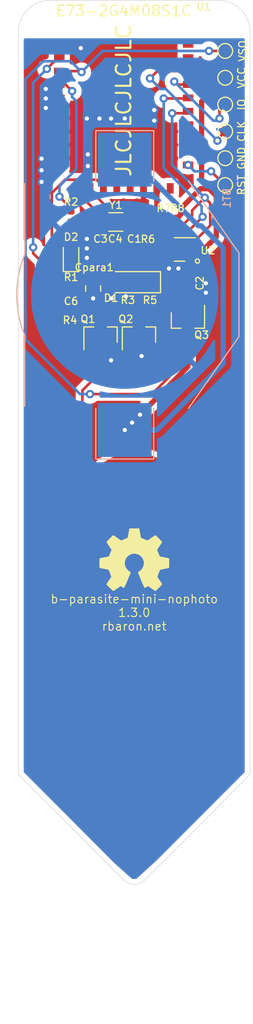
<source format=kicad_pcb>
(kicad_pcb (version 20211014) (generator pcbnew)
  (title_block (title "b-parasite") (date "2021-09-12") (rev "1.2.0") (company "rbaron.net"))
  (layers (0 "F.Cu" signal) (31 "B.Cu" signal) (34 "B.Paste" user) (35 "F.Paste" user) (36 "B.SilkS" user "B.Silkscreen") (37 "F.SilkS" user "F.Silkscreen") (38 "B.Mask" user) (39 "F.Mask" user) (44 "Edge.Cuts" user))
  (net 0 "")
  (net 1 "GND")
  (net 2 "/Csen+")
  (net 3 "/PWM")
  (net 4 "Net-(C6-Pad1)")
  (net 5 "Net-(Q2-Pad3)")
  (net 6 "Net-(Q1-Pad3)")
  (net 7 "Net-(BT1-Pad1)")
  (net 8 "/SENS_OUT")
  (net 9 "Net-(D2-Pad2)")
  (net 10 "+3V0")
  (net 11 "/LED")
  (net 12 "/FAST_DISCH_EN")
  (net 13 "Net-(TP1-Pad1)")
  (net 14 "Net-(TP2-Pad1)")
  (net 15 "Net-(TP5-Pad1)")
  (net 16 "/SCL")
  (net 17 "/SDA")
  (net 18 "Net-(C3-Pad1)")
  (net 19 "Net-(C4-Pad2)")
  (net 20 "Net-(U2-Pad5)")
  (net 21 "Net-(U1-Pad9)")
  (net 22 "Net-(U1-Pad6)")
  (net 23 "Net-(U1-Pad43)")
  (net 24 "Net-(U1-Pad41)")
  (net 25 "Net-(U1-Pad31)")
  (net 26 "Net-(U1-Pad29)")
  (net 27 "Net-(U1-Pad27)")
  (net 28 "Net-(U1-Pad25)")
  (net 29 "Net-(U1-Pad17)")
  (net 30 "Net-(U1-Pad10)")
  (net 31 "Net-(U1-Pad1)")
  (footprint "Capacitor_SMD:C_0402_1005Metric" (layer "F.Cu") (at 68 50.915 90)
    (fp_text reference "C1" (at 1.315 0 180) (layer "F.SilkS") (effects (font (size 0.7 0.7) (thickness 0.12))))
    (fp_text value "1n")
    (pad "1" smd roundrect locked (at -0.485 0 90) (size 0.59 0.64) (layers "F.Cu" "F.Paste" "F.Mask") (net 8 "/SENS_OUT"))
    (pad "2" smd roundrect locked (at 0.485 0 90) (size 0.59 0.64) (layers "F.Cu" "F.Paste" "F.Mask") (net 1 "GND"))
  )
  (footprint "Capacitor_SMD:C_0402_1005Metric" (layer "F.Cu") (at 61.915 56.4 180)
    (fp_text reference "C6" (at -0.085 0.9) (layer "F.SilkS") (effects (font (size 0.7 0.7) (thickness 0.12))))
    (fp_text value "100p")
    (pad "1" smd roundrect locked (at -0.485 0 180) (size 0.59 0.64) (layers "F.Cu" "F.Paste" "F.Mask") (net 4 "Net-(C6-Pad1)"))
    (pad "2" smd roundrect locked (at 0.485 0 180) (size 0.59 0.64) (layers "F.Cu" "F.Paste" "F.Mask") (net 3 "/PWM"))
  )
  (footprint "Resistor_SMD:R_0402_1005Metric" (layer "F.Cu") (at 69.3 50.915 90)
    (fp_text reference "R6" (at 1.285 0 180) (layer "F.SilkS") (effects (font (size 0.7 0.7) (thickness 0.12))))
    (fp_text value "1M")
    (pad "1" smd roundrect locked (at -0.485 0 90) (size 0.59 0.64) (layers "F.Cu" "F.Paste" "F.Mask") (net 8 "/SENS_OUT"))
    (pad "2" smd roundrect locked (at 0.485 0 90) (size 0.59 0.64) (layers "F.Cu" "F.Paste" "F.Mask") (net 1 "GND"))
  )
  (footprint "Resistor_SMD:R_0402_1005Metric" (layer "F.Cu") (at 69.385 56.3)
    (fp_text reference "R5" (at 0.115 -0.9) (layer "F.SilkS") (effects (font (size 0.7 0.7) (thickness 0.12))))
    (fp_text value "1k")
    (pad "1" smd roundrect locked (at -0.485 0) (size 0.59 0.64) (layers "F.Cu" "F.Paste" "F.Mask") (net 2 "/Csen+"))
    (pad "2" smd roundrect locked (at 0.485 0) (size 0.59 0.64) (layers "F.Cu" "F.Paste" "F.Mask") (net 5 "Net-(Q2-Pad3)"))
  )
  (footprint "Resistor_SMD:R_0402_1005Metric" (layer "F.Cu") (at 61.915 58.2 180)
    (fp_text reference "R4" (at 0.015 0.9) (layer "F.SilkS") (effects (font (size 0.7 0.7) (thickness 0.12))))
    (fp_text value "10k")
    (pad "1" smd roundrect locked (at -0.485 0 180) (size 0.59 0.64) (layers "F.Cu" "F.Paste" "F.Mask") (net 4 "Net-(C6-Pad1)"))
    (pad "2" smd roundrect locked (at 0.485 0 180) (size 0.59 0.64) (layers "F.Cu" "F.Paste" "F.Mask") (net 3 "/PWM"))
  )
  (footprint "Package_TO_SOT_SMD:SOT-23" (layer "F.Cu") (at 64.8 58.7 90)
    (fp_text reference "Q1" (at 1.5 -1.2 180) (layer "F.SilkS") (effects (font (size 0.7 0.7) (thickness 0.12))))
    (fp_text value "MMBT3904")
    (fp_line (start 0.76 -1.58) (end 0.76 -0.65) (layer "F.SilkS") (width 0.12))
    (fp_line (start 0.76 1.58) (end -0.7 1.58) (layer "F.SilkS") (width 0.12))
    (fp_line (start 0.76 1.58) (end 0.76 0.65) (layer "F.SilkS") (width 0.12))
    (fp_line (start 0.76 -1.58) (end -1.4 -1.58) (layer "F.SilkS") (width 0.12))
    (pad "1" smd rect locked (at -1 -0.95 90) (size 0.9 0.8) (layers "F.Cu" "F.Paste" "F.Mask") (net 4 "Net-(C6-Pad1)"))
    (pad "2" smd rect locked (at -1 0.95 90) (size 0.9 0.8) (layers "F.Cu" "F.Paste" "F.Mask") (net 1 "GND"))
    (pad "3" smd rect locked (at 1 0 90) (size 0.9 0.8) (layers "F.Cu" "F.Paste" "F.Mask") (net 6 "Net-(Q1-Pad3)"))
  )
  (footprint "Resistor_SMD:R_0402_1005Metric" (layer "F.Cu") (at 67.3 56.3)
    (fp_text reference "R3" (at 0.1 -0.9 180) (layer "F.SilkS") (effects (font (size 0.7 0.7) (thickness 0.12))))
    (fp_text value "1k")
    (pad "1" smd roundrect locked (at -0.485 0) (size 0.59 0.64) (layers "F.Cu" "F.Paste" "F.Mask") (net 12 "/FAST_DISCH_EN"))
    (pad "2" smd roundrect locked (at 0.485 0) (size 0.59 0.64) (layers "F.Cu" "F.Paste" "F.Mask") (net 6 "Net-(Q1-Pad3)"))
  )
  (footprint "Resistor_SMD:R_0402_1005Metric" (layer "F.Cu") (at 62 54.4)
    (fp_text reference "R1" (at 0 -1.17) (layer "F.SilkS") (effects (font (size 0.7 0.7) (thickness 0.12))))
    (fp_text value "10k")
    (pad "1" smd roundrect locked (at -0.485 0) (size 0.59 0.64) (layers "F.Cu" "F.Paste" "F.Mask") (net 3 "/PWM"))
    (pad "2" smd roundrect locked (at 0.485 0) (size 0.59 0.64) (layers "F.Cu" "F.Paste" "F.Mask") (net 2 "/Csen+"))
  )
  (footprint "TestPoint:TestPoint_Pad_D1.0mm" (layer "F.Cu") (at 76.64 36.88 90)
    (fp_text reference "TP1" hide)
    (fp_text value "IO" (at 0 1.55 90) (layer "F.SilkS") (effects (font (size 0.7 0.7) (thickness 0.12))))
    (fp_circle (center 0 0) (end 0 0.7) (layer "F.SilkS") (width 0.12) (fill none))
    (pad "1" smd circle locked (at 0 0 90) (size 1 1) (layers "F.Cu" "F.Mask") (net 13 "Net-(TP1-Pad1)"))
  )
  (footprint "TestPoint:TestPoint_Pad_D1.0mm" (layer "F.Cu") (at 76.64 39.42 90)
    (fp_text reference "TP2" hide)
    (fp_text value "CLK" (at 0 1.55 90) (layer "F.SilkS") (effects (font (size 0.7 0.7) (thickness 0.12))))
    (fp_circle (center 0 0) (end 0 0.7) (layer "F.SilkS") (width 0.12) (fill none))
    (pad "1" smd circle locked (at 0 0 90) (size 1 1) (layers "F.Cu" "F.Mask") (net 14 "Net-(TP2-Pad1)"))
  )
  (footprint "TestPoint:TestPoint_Pad_D1.0mm" (layer "F.Cu") (at 76.64 44.5 90)
    (fp_text reference "TP5" hide)
    (fp_text value "RST" (at 0 1.55 90) (layer "F.SilkS") (effects (font (size 0.7 0.7) (thickness 0.12))))
    (fp_circle (center 0 0) (end 0 0.7) (layer "F.SilkS") (width 0.12) (fill none))
    (pad "1" smd circle locked (at 0 0 90) (size 1 1) (layers "F.Cu" "F.Mask") (net 15 "Net-(TP5-Pad1)"))
  )
  (footprint "TestPoint:TestPoint_Pad_D1.0mm" (layer "F.Cu") (at 76.64 41.96 90)
    (fp_text reference "TP6" hide)
    (fp_text value "GND" (at 0 1.55 90) (layer "F.SilkS") (effects (font (size 0.7 0.7) (thickness 0.12))))
    (fp_circle (center 0 0) (end 0 0.7) (layer "F.SilkS") (width 0.12) (fill none))
    (pad "1" smd circle locked (at 0 0 90) (size 1 1) (layers "F.Cu" "F.Mask") (net 1 "GND"))
  )
  (footprint "TestPoint:TestPoint_Pad_D1.0mm" (layer "F.Cu") (at 76.64 34.34 90)
    (fp_text reference "TP7" hide)
    (fp_text value "VCC" (at 0 1.55 90) (layer "F.SilkS") (effects (font (size 0.7 0.7) (thickness 0.12))))
    (fp_circle (center 0 0) (end 0 0.7) (layer "F.SilkS") (width 0.12) (fill none))
    (pad "1" smd circle locked (at 0 0 90) (size 1 1) (layers "F.Cu" "F.Mask") (net 10 "+3V0"))
  )
  (footprint "Resistor_SMD:R_0402_1005Metric" (layer "F.Cu") (at 62 47.485 -90)
    (fp_text reference "R2" (at -1.385 0 180) (layer "F.SilkS") (effects (font (size 0.7 0.7) (thickness 0.12))))
    (fp_text value "1k")
    (pad "1" smd roundrect locked (at -0.485 0 270) (size 0.59 0.64) (layers "F.Cu" "F.Paste" "F.Mask") (net 11 "/LED"))
    (pad "2" smd roundrect locked (at 0.485 0 270) (size 0.59 0.64) (layers "F.Cu" "F.Paste" "F.Mask") (net 9 "Net-(D2-Pad2)"))
  )
  (footprint "Capacitor_SMD:C_0402_1005Metric" (layer "F.Cu") (at 72.815 53.8 180)
    (fp_text reference "C2" (at -1.415 0 90) (layer "F.SilkS") (effects (font (size 0.7 0.7) (thickness 0.12))))
    (fp_text value "100n")
    (pad "1" smd roundrect locked (at -0.485 0 180) (size 0.59 0.64) (layers "F.Cu" "F.Paste" "F.Mask") (net 10 "+3V0"))
    (pad "2" smd roundrect locked (at 0.485 0 180) (size 0.59 0.64) (layers "F.Cu" "F.Paste" "F.Mask") (net 1 "GND"))
  )
  (footprint "Package_TO_SOT_SMD:SOT-23" (layer "F.Cu") (at 73.1 57.3 -90)
    (fp_text reference "Q3" (at 1.4 -1.3 180) (layer "F.SilkS") (effects (font (size 0.7 0.7) (thickness 0.12))))
    (fp_text value "AO3407")
    (fp_line (start 0.76 1.58) (end 0.76 0.65) (layer "F.SilkS") (width 0.12))
    (fp_line (start 0.76 -1.58) (end 0.76 -0.65) (layer "F.SilkS") (width 0.12))
    (fp_line (start 0.76 -1.58) (end -1.4 -1.58) (layer "F.SilkS") (width 0.12))
    (fp_line (start 0.76 1.58) (end -0.7 1.58) (layer "F.SilkS") (width 0.12))
    (pad "1" smd rect locked (at -1 -0.95 270) (size 0.9 0.8) (layers "F.Cu" "F.Paste" "F.Mask") (net 1 "GND"))
    (pad "2" smd rect locked (at -1 0.95 270) (size 0.9 0.8) (layers "F.Cu" "F.Paste" "F.Mask") (net 10 "+3V0"))
    (pad "3" smd rect locked (at 1 0 270) (size 0.9 0.8) (layers "F.Cu" "F.Paste" "F.Mask") (net 7 "Net-(BT1-Pad1)"))
  )
  (footprint "Crystal:Crystal_SMD_3215-2Pin_3.2x1.5mm" (layer "F.Cu") (at 66.25 48 180)
    (fp_text reference "Y1" (at 0 1.6) (layer "F.SilkS") (effects (font (size 0.7 0.7) (thickness 0.12))))
    (fp_text value "32.768kHz")
    (fp_line (start -0.675 -0.875) (end 0.675 -0.875) (layer "F.SilkS") (width 0.12))
    (fp_line (start -0.675 0.875) (end 0.675 0.875) (layer "F.SilkS") (width 0.12))
    (pad "1" smd rect locked (at 1.25 0 180) (size 1 1.8) (layers "F.Cu" "F.Paste" "F.Mask") (net 18 "Net-(C3-Pad1)"))
    (pad "2" smd rect locked (at -1.25 0 180) (size 1 1.8) (layers "F.Cu" "F.Paste" "F.Mask") (net 19 "Net-(C4-Pad2)"))
  )
  (footprint "LED_SMD:LED_0603_1608Metric" (layer "F.Cu") (at 62 51.2125 90)
    (fp_text reference "D2" (at 1.7875 0 180) (layer "F.SilkS") (effects (font (size 0.7 0.7) (thickness 0.12))))
    (fp_text value "LED")
    (fp_line (start 0.8 -0.735) (end -1.485 -0.735) (layer "F.SilkS") (width 0.12))
    (fp_line (start -1.485 0.735) (end 0.8 0.735) (layer "F.SilkS") (width 0.12))
    (fp_line (start -1.485 -0.735) (end -1.485 0.735) (layer "F.SilkS") (width 0.12))
    (pad "1" smd roundrect locked (at -0.7875 0 90) (size 0.875 0.95) (layers "F.Cu" "F.Paste" "F.Mask") (net 1 "GND"))
    (pad "2" smd roundrect locked (at 0.7875 0 90) (size 0.875 0.95) (layers "F.Cu" "F.Paste" "F.Mask") (net 9 "Net-(D2-Pad2)"))
  )
  (footprint "Capacitor_SMD:C_0402_1005Metric" (layer "F.Cu") (at 66.2 50.915 90)
    (fp_text reference "C4" (at 1.315 0) (layer "F.SilkS") (effects (font (size 0.7 0.7) (thickness 0.12))))
    (fp_text value "12p")
    (pad "1" smd roundrect locked (at -0.485 0 90) (size 0.59 0.64) (layers "F.Cu" "F.Paste" "F.Mask") (net 1 "GND"))
    (pad "2" smd roundrect locked (at 0.485 0 90) (size 0.59 0.64) (layers "F.Cu" "F.Paste" "F.Mask") (net 19 "Net-(C4-Pad2)"))
  )
  (footprint "Capacitor_SMD:C_0402_1005Metric" (layer "F.Cu") (at 64.8 50.915 -90)
    (fp_text reference "C3" (at -1.315 0) (layer "F.SilkS") (effects (font (size 0.7 0.7) (thickness 0.12))))
    (fp_text value "12p")
    (pad "1" smd roundrect locked (at -0.485 0 270) (size 0.59 0.64) (layers "F.Cu" "F.Paste" "F.Mask") (net 18 "Net-(C3-Pad1)"))
    (pad "2" smd roundrect locked (at 0.485 0 270) (size 0.59 0.64) (layers "F.Cu" "F.Paste" "F.Mask") (net 1 "GND"))
  )
  (footprint "Capacitor_SMD:C_0805_2012Metric" (layer "F.Cu") (at 64.1 54.3 90)
    (fp_text reference "Cpara1" (at 2 0.1 180) (layer "F.SilkS") (effects (font (size 0.7 0.7) (thickness 0.12))))
    (fp_text value "5p")
    (fp_line (start -0.258578 -0.71) (end 0.258578 -0.71) (layer "F.SilkS") (width 0.12))
    (fp_line (start -0.258578 0.71) (end 0.258578 0.71) (layer "F.SilkS") (width 0.12))
    (pad "1" smd roundrect locked (at -0.9375 0 90) (size 0.975 1.4) (layers "F.Cu" "F.Paste" "F.Mask") (net 1 "GND"))
    (pad "2" smd roundrect locked (at 0.9375 0 90) (size 0.975 1.4) (layers "F.Cu" "F.Paste" "F.Mask") (net 2 "/Csen+"))
  )
  (footprint "Resistor_SMD:R_0402_1005Metric" (layer "F.Cu") (at 70.7 48.085 90)
    (fp_text reference "R7" (at 1.385 0.1 180) (layer "F.SilkS") (effects (font (size 0.7 0.7) (thickness 0.12))))
    (fp_text value "10k")
    (pad "1" smd roundrect locked (at -0.485 0 90) (size 0.59 0.64) (layers "F.Cu" "F.Paste" "F.Mask") (net 17 "/SDA"))
    (pad "2" smd roundrect locked (at 0.485 0 90) (size 0.59 0.64) (layers "F.Cu" "F.Paste" "F.Mask") (net 10 "+3V0"))
  )
  (footprint "Resistor_SMD:R_0402_1005Metric" (layer "F.Cu") (at 72.1 48.085 -90)
    (fp_text reference "R8" (at -1.385 0 180) (layer "F.SilkS") (effects (font (size 0.7 0.7) (thickness 0.12))))
    (fp_text value "10k")
    (pad "1" smd roundrect locked (at -0.485 0 270) (size 0.59 0.64) (layers "F.Cu" "F.Paste" "F.Mask") (net 10 "+3V0"))
    (pad "2" smd roundrect locked (at 0.485 0 270) (size 0.59 0.64) (layers "F.Cu" "F.Paste" "F.Mask") (net 16 "/SCL"))
  )
  (footprint "Package_TO_SOT_SMD:SOT-23" (layer "F.Cu") (at 68.45 58.7 90)
    (fp_text reference "Q2" (at 1.5 -1.25 180) (layer "F.SilkS") (effects (font (size 0.7 0.7) (thickness 0.12))))
    (fp_text value "MMBT3904")
    (fp_line (start 0.76 1.58) (end -0.7 1.58) (layer "F.SilkS") (width 0.12))
    (fp_line (start 0.76 -1.58) (end -1.4 -1.58) (layer "F.SilkS") (width 0.12))
    (fp_line (start 0.76 -1.58) (end 0.76 -0.65) (layer "F.SilkS") (width 0.12))
    (fp_line (start 0.76 1.58) (end 0.76 0.65) (layer "F.SilkS") (width 0.12))
    (pad "1" smd rect locked (at -1 -0.95 90) (size 0.9 0.8) (layers "F.Cu" "F.Paste" "F.Mask") (net 6 "Net-(Q1-Pad3)"))
    (pad "2" smd rect locked (at -1 0.95 90) (size 0.9 0.8) (layers "F.Cu" "F.Paste" "F.Mask") (net 1 "GND"))
    (pad "3" smd rect locked (at 1 0 90) (size 0.9 0.8) (layers "F.Cu" "F.Paste" "F.Mask") (net 5 "Net-(Q2-Pad3)"))
  )
  (footprint "kicad:Sensirion_DFN-4-1EP_2x2mm_P1mm_EP0.7x1.6mm" (layer "F.Cu") (at 72.8 50.6 180)
    (fp_text reference "U2" (at -2.2 -0.1) (layer "F.SilkS") (effects (font (size 0.7 0.7) (thickness 0.12))))
    (fp_text value "SHTC3")
    (fp_line (start -1 1.11) (end 1 1.11) (layer "F.SilkS") (width 0.12))
    (fp_line (start 0 -1.11) (end 1 -1.11) (layer "F.SilkS") (width 0.12))
    (pad "1" smd roundrect locked (at -0.925 -0.5 180) (size 0.55 0.35) (layers "F.Cu" "F.Mask") (net 10 "+3V0"))
    (pad "2" smd roundrect locked (at -0.925 0.5 180) (size 0.55 0.35) (layers "F.Cu" "F.Mask") (net 16 "/SCL"))
    (pad "3" smd roundrect locked (at 0.925 0.5 180) (size 0.55 0.35) (layers "F.Cu" "F.Mask") (net 17 "/SDA"))
    (pad "4" smd roundrect locked (at 0.925 -0.5 180) (size 0.55 0.35) (layers "F.Cu" "F.Mask") (net 1 "GND"))
    (pad "5" smd roundrect locked (at 0 0 180) (size 0.7 1.6) (layers "F.Cu" "F.Mask") (net 20 "Net-(U2-Pad5)"))
  )
  (footprint "Diode_SMD:D_MiniMELF" (layer "F.Cu") (at 67.95 53.7 180)
    (fp_text reference "D1" (at 2.15 -1.5 180) (layer "F.SilkS") (effects (font (size 0.7 0.7) (thickness 0.12))))
    (fp_text value "LL4148")
    (fp_line (start 1.75 -1) (end -2.55 -1) (layer "F.SilkS") (width 0.12))
    (fp_line (start -2.55 -1) (end -2.55 1) (layer "F.SilkS") (width 0.12))
    (fp_line (start -2.55 1) (end 1.75 1) (layer "F.SilkS") (width 0.12))
    (pad "1" smd rect locked (at -1.75 0 180) (size 1.3 1.7) (layers "F.Cu" "F.Paste" "F.Mask") (net 8 "/SENS_OUT"))
    (pad "2" smd rect locked (at 1.75 0 180) (size 1.3 1.7) (layers "F.Cu" "F.Paste" "F.Mask") (net 2 "/Csen+"))
  )
  (footprint "Symbol:OSHW-Symbol_6.7x6mm_SilkScreen" (layer "F.Cu") (at 68 80)
    (fp_text reference "REF**" hide)
    (fp_text value "OSHW-Symbol_6.7x6mm_SilkScreen" hide)
    (fp_poly (pts (xy 0.555814 -2.531069) (xy 0.639635 -2.086445) (xy 0.94892 -1.958947) (xy 1.258206 -1.831449) (xy 1.629246 -2.083754) (xy 1.733157 -2.154004) (xy 1.827087 -2.216728) (xy 1.906652 -2.269062) (xy 1.96747 -2.308143) (xy 2.005157 -2.331107) (xy 2.015421 -2.336058) (xy 2.03391 -2.323324) (xy 2.07342 -2.288118) (xy 2.129522 -2.234938) (xy 2.197787 -2.168282) (xy 2.273786 -2.092646) (xy 2.353092 -2.012528) (xy 2.431275 -1.932426) (xy 2.503907 -1.856836) (xy 2.566559 -1.790255) (xy 2.614803 -1.737182) (xy 2.64421 -1.702113) (xy 2.651241 -1.690377) (xy 2.641123 -1.66874) (xy 2.612759 -1.621338) (xy 2.569129 -1.552807) (xy 2.513218 -1.467785) (xy 2.448006 -1.370907) (xy 2.410219 -1.31565) (xy 2.341343 -1.214752) (xy 2.28014 -1.123701) (xy 2.229578 -1.04703) (xy 2.192628 -0.989272) (xy 2.172258 -0.954957) (xy 2.169197 -0.947746) (xy 2.176136 -0.927252) (xy 2.195051 -0.879487) (xy 2.223087 -0.811168) (xy 2.257391 -0.729011) (xy 2.295109 -0.63973) (xy 2.333387 -0.550042) (xy 2.36937 -0.466662) (xy 2.400206 -0.396306) (xy 2.423039 -0.34569) (xy 2.435017 -0.321529) (xy 2.435724 -0.320578) (xy 2.454531 -0.315964) (xy 2.504618 -0.305672) (xy 2.580793 -0.290713) (xy 2.677865 -0.272099) (xy 2.790643 -0.250841) (xy 2.856442 -0.238582) (xy 2.97695 -0.215638) (xy 3.085797 -0.193805) (xy 3.177476 -0.174278) (xy 3.246481 -0.158252) (xy 3.287304 -0.146921) (xy 3.295511 -0.143326) (xy 3.303548 -0.118994) (xy 3.310033 -0.064041) (xy 3.31497 0.015108) (xy 3.318364 0.112026) (xy 3.320218 0.220287) (xy 3.320538 0.333465) (xy 3.319327 0.445135) (xy 3.31659 0.548868) (xy 3.312331 0.638241) (xy 3.306555 0.706826) (xy 3.299267 0.748197) (xy 3.294895 0.75681) (xy 3.268764 0.767133) (xy 3.213393 0.781892) (xy 3.136107 0.799352) (xy 3.04423 0.81778) (xy 3.012158 0.823741) (xy 2.857524 0.852066) (xy 2.735375 0.874876) (xy 2.641673 0.89308) (xy 2.572384 0.907583) (xy 2.523471 0.919292) (xy 2.490897 0.929115) (xy 2.470628 0.937956) (xy 2.458626 0.946724) (xy 2.456947 0.948457) (xy 2.440184 0.976371) (xy 2.414614 1.030695) (xy 2.382788 1.104777) (xy 2.34726 1.191965) (xy 2.310583 1.285608) (xy 2.275311 1.379052) (xy 2.243996 1.465647) (xy 2.219193 1.53874) (xy 2.203454 1.591678) (xy 2.199332 1.617811) (xy 2.199676 1.618726) (xy 2.213641 1.640086) (xy 2.245322 1.687084) (xy 2.291391 1.754827) (xy 2.348518 1.838423) (xy 2.413373 1.932982) (xy 2.431843 1.959854) (xy 2.497699 2.057275) (xy 2.55565 2.146163) (xy 2.602538 2.221412) (xy 2.635207 2.27792) (xy 2.6505 2.310581) (xy 2.651241 2.314593) (xy 2.638392 2.335684) (xy 2.602888 2.377464) (xy 2.549293 2.435445) (xy 2.482171 2.505135) (xy 2.406087 2.582045) (xy 2.325604 2.661683) (xy 2.245287 2.739561) (xy 2.169699 2.811186) (xy 2.103405 2.87207) (xy 2.050969 2.917721) (xy 2.016955 2.94365) (xy 2.007545 2.947883) (xy 1.985643 2.937912) (xy 1.9408 2.91102) (xy 1.880321 2.871736) (xy 1.833789 2.840117) (xy 1.749475 2.782098) (xy 1.649626 2.713784) (xy 1.549473 2.645579) (xy 1.495627 2.609075) (xy 1.313371 2.4858) (xy 1.160381 2.56852) (xy 1.090682 2.604759) (xy 1.031414 2.632926) (xy 0.991311 2.648991) (xy 0.981103 2.651226) (xy 0.968829 2.634722) (xy 0.944613 2.588082) (xy 0.910263 2.515609) (xy 0.867588 2.421606) (xy 0.818394 2.310374) (xy 0.76449 2.186215) (xy 0.707684 2.053432) (xy 0.649782 1.916327) (xy 0.592593 1.779202) (xy 0.537924 1.646358) (xy 0.487584 1.522098) (xy 0.44338 1.410725) (xy 0.407119 1.316539) (xy 0.380609 1.243844) (xy 0.365658 1.196941) (xy 0.363254 1.180833) (xy 0.382311 1.160286) (xy 0.424036 1.126933) (xy 0.479706 1.087702) (xy 0.484378 1.084599) (xy 0.628264 0.969423) (xy 0.744283 0.835053) (xy 0.83143 0.685784) (xy 0.888699 0.525913) (xy 0.915086 0.359737) (xy 0.909585 0.191552) (xy 0.87119 0.025655) (xy 0.798895 -0.133658) (xy 0.777626 -0.168513) (xy 0.666996 -0.309263) (xy 0.536302 -0.422286) (xy 0.390064 -0.506997) (xy 0.232808 -0.562806) (xy 0.069057 -0.589126) (xy -0.096667 -0.58537) (xy -0.259838 -0.55095) (xy -0.415935 -0.485277) (xy -0.560433 -0.387765) (xy -0.605131 -0.348187) (xy -0.718888 -0.224297) (xy -0.801782 -0.093876) (xy -0.858644 0.052315) (xy -0.890313 0.197088) (xy -0.898131 0.35986) (xy -0.872062 0.52344) (xy -0.814755 0.682298) (xy -0.728856 0.830906) (xy -0.617014 0.963735) (xy -0.481877 1.075256) (xy -0.464117 1.087011) (xy -0.40785 1.125508) (xy -0.365077 1.158863) (xy -0.344628 1.18016) (xy -0.344331 1.180833) (xy -0.348721 1.203871) (xy -0.366124 1.256157) (xy -0.394732 1.33339) (xy -0.432735 1.431268) (xy -0.478326 1.545491) (xy -0.529697 1.671758) (xy -0.585038 1.805767) (xy -0.642542 1.943218) (xy -0.700399 2.079808) (xy -0.756802 2.211237) (xy -0.809942 2.333205) (xy -0.85801 2.441409) (xy -0.899199 2.531549) (xy -0.931699 2.599323) (xy -0.953703 2.64043) (xy -0.962564 2.651226) (xy -0.98964 2.642819) (xy -1.040303 2.620272) (xy -1.105817 2.587613) (xy -1.141841 2.56852) (xy -1.294832 2.4858) (xy -1.477088 2.609075) (xy -1.570125 2.672228) (xy -1.671985 2.741727) (xy -1.767438 2.807165) (xy -1.81525 2.840117) (xy -1.882495 2.885273) (xy -1.939436 2.921057) (xy -1.978646 2.942938) (xy -1.991381 2.947563) (xy -2.009917 2.935085) (xy -2.050941 2.900252) (xy -2.110475 2.846678) (xy -2.184542 2.777983) (xy -2.269165 2.697781) (xy -2.322685 2.646286) (xy -2.416319 2.554286) (xy -2.497241 2.471999) (xy -2.562177 2.402945) (xy -2.607858 2.350644) (xy -2.631011 2.318616) (xy -2.633232 2.312116) (xy -2.622924 2.287394) (xy -2.594439 2.237405) (xy -2.550937 2.167212) (xy -2.495577 2.081875) (xy -2.43152 1.986456) (xy -2.413303 1.959854) (xy -2.346927 1.863167) (xy -2.287378 1.776117) (xy -2.237984 1.703595) (xy -2.202075 1.650493) (xy -2.182981 1.621703) (xy -2.181136 1.618726) (xy -2.183895 1.595782) (xy -2.198538 1.545336) (xy -2.222513 1.474041) (xy -2.253266 1.388547) (xy -2.288244 1.295507) (xy -2.324893 1.201574) (xy -2.360661 1.113399) (xy -2.392994 1.037634) (xy -2.419338 0.980931) (xy -2.437142 0.949943) (xy -2.438407 0.948457) (xy -2.449294 0.939601) (xy -2.467682 0.930843) (xy -2.497606 0.921277) (xy -2.543103 0.909996) (xy -2.608209 0.896093) (xy -2.696961 0.878663) (xy -2.813393 0.856798) (xy -2.961542 0.829591) (xy -2.993618 0.823741) (xy -3.088686 0.805374) (xy -3.171565 0.787405) (xy -3.23493 0.771569) (xy -3.271458 0.7596) (xy -3.276356 0.75681) (xy -3.284427 0.732072) (xy -3.290987 0.67679) (xy -3.296033 0.597389) (xy -3.299559 0.500296) (xy -3.301561 0.391938) (xy -3.302036 0.27874) (xy -3.300977 0.167128) (xy -3.298382 0.063529) (xy -3.294246 -0.025632) (xy -3.288563 -0.093928) (xy -3.281331 -0.134934) (xy -3.276971 -0.143326) (xy -3.252698 -0.151792) (xy -3.197426 -0.165565) (xy -3.116662 -0.18345) (xy -3.015912 -0.204252) (xy -2.900683 -0.226777) (xy -2.837902 -0.238582) (xy -2.718787 -0.260849) (xy -2.612565 -0.281021) (xy -2.524427 -0.298085) (xy -2.459566 -0.311031) (xy -2.423174 -0.318845) (xy -2.417184 -0.320578) (xy -2.407061 -0.34011) (xy -2.385662 -0.387157) (xy -2.355839 -0.454997) (xy -2.320445 -0.536909) (xy -2.282332 -0.626172) (xy -2.244353 -0.716065) (xy -2.20936 -0.799865) (xy -2.180206 -0.870853) (xy -2.159743 -0.922306) (xy -2.150823 -0.947503) (xy -2.150657 -0.948604) (xy -2.160769 -0.968481) (xy -2.189117 -1.014223) (xy -2.232723 -1.081283) (xy -2.288606 -1.165116) (xy -2.353787 -1.261174) (xy -2.391679 -1.31635) (xy -2.460725 -1.417519) (xy -2.52205 -1.50937) (xy -2.572663 -1.587256) (xy -2.609571 -1.646531) (xy -2.629782 -1.682549) (xy -2.632701 -1.690623) (xy -2.620153 -1.709416) (xy -2.585463 -1.749543) (xy -2.533063 -1.806507) (xy -2.467384 -1.875815) (xy -2.392856 -1.952969) (xy -2.313913 -2.033475) (xy -2.234983 -2.112837) (xy -2.1605 -2.18656) (xy -2.094894 -2.250148) (xy -2.042596 -2.299106) (xy -2.008039 -2.328939) (xy -1.996478 -2.336058) (xy -1.977654 -2.326047) (xy -1.932631 -2.297922) (xy -1.865787 -2.254546) (xy -1.781499 -2.198782) (xy -1.684144 -2.133494) (xy -1.610707 -2.083754) (xy -1.239667 -1.831449) (xy -0.621095 -2.086445) (xy -0.537275 -2.531069) (xy -0.453454 -2.975693) (xy 0.471994 -2.975693) (xy 0.555814 -2.531069)) (layer "F.SilkS") (width 0.01) (fill solid))
  )
  (footprint "TestPoint:TestPoint_Pad_D1.0mm" (layer "F.Cu") (at 76.64 31.8 90)
    (fp_text reference "TP4" hide)
    (fp_text value "VSO" (at 0 1.66 90) (layer "F.SilkS") (effects (font (size 0.7 0.7) (thickness 0.12))))
    (fp_circle (center 0 0) (end 0 0.7) (layer "F.SilkS") (width 0.12) (fill none))
    (pad "1" smd circle locked (at 0 0 90) (size 1 1) (layers "F.Cu" "F.Mask") (net 8 "/SENS_OUT"))
  )
  (footprint "nrfmicro:E73-2G4M08S1C-52840" (layer "F.Cu") (at 67 45.2 90)
    (fp_text reference "U1" (at 17.6 7.6) (layer "F.SilkS") (effects (font (size 0.7 0.7) (thickness 0.12))))
    (fp_text value "E73-2G4M08S1C-52840")
    (fp_text user "E73-2G4M08S1C" (at 17.2 0 180) (layer "F.SilkS"))
    (pad "1" smd rect locked (at 14.03 -6.119 90) (size 0.65 1) (layers "F.Cu" "F.Paste" "F.Mask") (net 31 "Net-(U1-Pad1)"))
    (pad "2" smd rect locked (at 12.76 -6.119 90) (size 0.65 1) (layers "F.Cu" "F.Paste" "F.Mask") (net 12 "/FAST_DISCH_EN"))
    (pad "3" smd rect locked (at 11.49 -6.119 90) (size 0.65 1) (layers "F.Cu" "F.Paste" "F.Mask") (net 8 "/SENS_OUT"))
    (pad "4" smd rect locked (at 10.22 -6.119 90) (size 0.65 1) (layers "F.Cu" "F.Paste" "F.Mask") (net 11 "/LED"))
    (pad "5" smd rect locked (at 8.95 -6.119 90) (size 0.65 1) (layers "F.Cu" "F.Paste" "F.Mask") (net 1 "GND"))
    (pad "6" smd rect locked (at 7.68 -6.119 90) (size 0.65 1) (layers "F.Cu" "F.Paste" "F.Mask") (net 22 "Net-(U1-Pad6)"))
    (pad "7" smd rect locked (at 6.41 -6.119 90) (size 0.65 1) (layers "F.Cu" "F.Paste" "F.Mask"))
    (pad "8" smd rect locked (at 5.14 -6.119 90) (size 0.65 1) (layers "F.Cu" "F.Paste" "F.Mask"))
    (pad "9" smd rect locked (at 3.87 -6.119 90) (size 0.65 1) (layers "F.Cu" "F.Paste" "F.Mask") (net 21 "Net-(U1-Pad9)"))
    (pad "10" smd rect locked (at 2.6 -6.119 90) (size 0.65 1) (layers "F.Cu" "F.Paste" "F.Mask") (net 30 "Net-(U1-Pad10)"))
    (pad "11" smd rect locked (at 0.381 -4.47 180) (size 0.65 1) (layers "F.Cu" "F.Paste" "F.Mask") (net 18 "Net-(C3-Pad1)"))
    (pad "13" smd rect locked (at 0.381 -3.2 180) (size 0.65 1) (layers "F.Cu" "F.Paste" "F.Mask") (net 19 "Net-(C4-Pad2)"))
    (pad "15" smd rect locked (at 0.381 -1.93 180) (size 0.65 1) (layers "F.Cu" "F.Paste" "F.Mask") (net 3 "/PWM"))
    (pad "17" smd rect locked (at 0.381 -0.66 180) (size 0.65 1) (layers "F.Cu" "F.Paste" "F.Mask") (net 29 "Net-(U1-Pad17)"))
    (pad "19" smd rect locked (at 0.381 0.61 180) (size 0.65 1) (layers "F.Cu" "F.Paste" "F.Mask") (net 10 "+3V0"))
    (pad "21" smd rect locked (at 0.381 1.88 180) (size 0.65 1) (layers "F.Cu" "F.Paste" "F.Mask") (net 1 "GND"))
    (pad "23" smd rect locked (at 0.381 3.15 180) (size 0.65 1) (layers "F.Cu" "F.Paste" "F.Mask") (net 10 "+3V0"))
    (pad "25" smd rect locked (at 0.381 4.42 180) (size 0.65 1) (layers "F.Cu" "F.Paste" "F.Mask") (net 28 "Net-(U1-Pad25)"))
    (pad "26" smd rect locked (at 2.6 6.119 90) (size 0.65 1) (layers "F.Cu" "F.Paste" "F.Mask") (net 15 "Net-(TP5-Pad1)"))
    (pad "27" smd rect locked (at 3.87 6.119 90) (size 0.65 1) (layers "F.Cu" "F.Paste" "F.Mask") (net 27 "Net-(U1-Pad27)"))
    (pad "29" smd rect locked (at 5.14 6.119 90) (size 0.65 1) (layers "F.Cu" "F.Paste" "F.Mask") (net 26 "Net-(U1-Pad29)"))
    (pad "31" smd rect locked (at 6.41 6.119 90) (size 0.65 1) (layers "F.Cu" "F.Paste" "F.Mask") (net 25 "Net-(U1-Pad31)"))
    (pad "33" smd rect locked (at 7.68 6.119 90) (size 0.65 1) (layers "F.Cu" "F.Paste" "F.Mask") (net 16 "/SCL"))
    (pad "35" smd rect locked (at 8.95 6.119 90) (size 0.65 1) (layers "F.Cu" "F.Paste" "F.Mask") (net 17 "/SDA"))
    (pad "37" smd rect locked (at 10.22 6.119 90) (size 0.65 1) (layers "F.Cu" "F.Paste" "F.Mask") (net 13 "Net-(TP1-Pad1)"))
    (pad "39" smd rect locked (at 11.49 6.119 90) (size 0.65 1) (layers "F.Cu" "F.Paste" "F.Mask") (net 14 "Net-(TP2-Pad1)"))
    (pad "41" smd rect locked (at 12.76 6.119 90) (size 0.65 1) (layers "F.Cu" "F.Paste" "F.Mask") (net 24 "Net-(U1-Pad41)"))
    (pad "43" smd rect locked (at 14.03 6.119 90) (size 0.65 1) (layers "F.Cu" "F.Paste" "F.Mask") (net 23 "Net-(U1-Pad43)"))
  )
  (footprint "kicad:BatteryHolder_Keystone_3002_1x2032" (layer "B.Cu") (at 67.1 54.9 -90)
    (fp_text reference "BT1" (at -9.15 -9.7 90) (layer "B.SilkS") (effects (font (size 0.7 0.7) (thickness 0.12)) (justify mirror)))
    (fp_text value "Battery_Cell")
    (fp_line (start 10.55 9.5) (end 3.85 9.5) (layer "B.SilkS") (width 0.12))
    (fp_line (start -15.55 -2.75) (end -10.75 -2.75) (layer "B.SilkS") (width 0.12))
    (fp_line (start 15.55 2.75) (end 10.75 2.75) (layer "B.SilkS") (width 0.12))
    (fp_line (start 3.95 -10.85) (end 10.75 -6.05) (layer "B.SilkS") (width 0.12))
    (fp_line (start -10.55 9.5) (end -3.85 9.5) (layer "B.SilkS") (width 0.12))
    (fp_line (start -10.75 2.75) (end -15.55 2.75) (layer "B.SilkS") (width 0.12))
    (fp_line (start -3.95 -10.85) (end 3.95 -10.85) (layer "B.SilkS") (width 0.12))
    (fp_line (start -15.55 2.75) (end -15.55 -2.75) (layer "B.SilkS") (width 0.12))
    (fp_line (start 10.75 -2.75) (end 15.55 -2.75) (layer "B.SilkS") (width 0.12))
    (fp_line (start 15.55 -2.75) (end 15.55 2.75) (layer "B.SilkS") (width 0.12))
    (fp_line (start -10.8 -6.05) (end -3.95 -10.85) (layer "B.SilkS") (width 0.12))
    (fp_arc (start 3.85 9.5) (mid 0.00195 10.250488) (end -3.846385 9.501464) (layer "B.SilkS") (width 0.12))
    (pad "1" smd rect locked (at -12.8 0 270) (size 5.1 5.1) (layers "B.Cu" "B.Paste" "B.Mask") (net 7 "Net-(BT1-Pad1)"))
    (pad "1" smd rect locked (at 12.8 0 270) (size 5.1 5.1) (layers "B.Cu" "B.Paste" "B.Mask") (net 7 "Net-(BT1-Pad1)"))
    (pad "2" smd circle locked (at 0 0 270) (size 17.8 17.8) (layers "B.Cu" "B.Mask") (net 1 "GND"))
  )
  (gr_circle (center 74 51.7) (end 74.2 51.7) (layer "F.SilkS") (width 0.12) (fill none))
  (gr_line (start 60 27) (end 76 27) (layer "Edge.Cuts") (width 0.05))
  (gr_arc (start 68.999999 110.32) (mid 68 110.734213) (end 67.000001 110.32) (layer "Edge.Cuts") (width 0.05))
  (gr_line (start 67.000001 110.32) (end 57 100.320001) (layer "Edge.Cuts") (width 0.05))
  (gr_line (start 68.999999 110.32) (end 79 100.320001) (layer "Edge.Cuts") (width 0.05))
  (gr_line (start 57 30) (end 57 100.320001) (layer "Edge.Cuts") (width 0.05))
  (gr_line (start 79 100.320001) (end 79 30) (layer "Edge.Cuts") (width 0.05))
  (gr_arc (start 57 30) (mid 57.87868 27.87868) (end 60 27) (layer "Edge.Cuts") (width 0.05))
  (gr_arc (start 76 27) (mid 78.12132 27.87868) (end 79 30) (layer "Edge.Cuts") (width 0.05))
  (gr_text "b-parasite-mini-nophoto\n1.3.0\nrbaron.net" (at 68 85) (layer "F.SilkS") (effects (font (size 0.8 0.8) (thickness 0.1))))
  (gr_text "JLCJLCJLCJLC" (at 67 36.5 90) (layer "F.SilkS") (effects (font (size 1.4 1.4) (thickness 0.2))))
  (segment (start 60.841 40.1) (end 60.881 40.06) (width 0.25) (layer "F.Cu") (net 0))
  (segment (start 60.881 38.79) (end 61.056 38.79) (width 0.25) (layer "F.Cu") (net 0))
  (segment (start 60.861 38.77) (end 60.881 38.79) (width 0.25) (layer "F.Cu") (net 0))
  (segment (start 60.841 38.75) (end 60.881 38.79) (width 0.25) (layer "F.Cu") (net 0))
  (segment (start 60.871 38.8) (end 60.881 38.79) (width 0.25) (layer "F.Cu") (net 0))
  (segment (start 60.741 40.2) (end 60.881 40.06) (width 0.25) (layer "F.Cu") (net 0))
  (segment (start 65.8625 55.2375) (end 66.999485 55.2375) (width 0.25) (layer "F.Cu") (net 1))
  (segment (start 62.925065 31.446536) (end 62.925065 31.530239) (width 0.25) (layer "F.Cu") (net 1))
  (segment (start 60.881 36.25) (end 61.056 36.25) (width 0.25) (layer "F.Cu") (net 1))
  (segment (start 64.5 38.2) (end 65.8 38.2) (width 0.25) (layer "F.Cu") (net 1))
  (segment (start 68.7 60.4) (end 69.4 59.7) (width 0.25) (layer "F.Cu") (net 1))
  (segment (start 66.999485 55.2375) (end 67.198744 55.038241) (width 0.25) (layer "F.Cu") (net 1))
  (segment (start 66.2 51.4) (end 66.534168 51.065832) (width 0.25) (layer "F.Cu") (net 1))
  (segment (start 67.58 50.43) (end 68 50.43) (width 0.25) (layer "F.Cu") (net 1))
  (segment (start 64.1 55.2375) (end 65.8625 55.2375) (width 0.25) (layer "F.Cu") (net 1))
  (segment (start 66.534168 51.065832) (end 66.944168 51.065832) (width 0.25) (layer "F.Cu") (net 1))
  (segment (start 68.7 60.7) (end 68.7 60.4) (width 0.25) (layer "F.Cu") (net 1))
  (segment (start 65.75 61.05) (end 65.8 61.1) (width 0.25) (layer "F.Cu") (net 1))
  (segment (start 66.944168 51.065832) (end 67.58 50.43) (width 0.25) (layer "F.Cu") (net 1))
  (segment (start 63.497 38.197) (end 63.5 38.2) (width 0.25) (layer "F.Cu") (net 1))
  (segment (start 65.75 59.7) (end 65.75 61.05) (width 0.25) (layer "F.Cu") (net 1))
  (segment (start 61.056 36.25) (end 63.003 38.197) (width 0.25) (layer "F.Cu") (net 1))
  (segment (start 63.003 38.197) (end 63.497 38.197) (width 0.25) (layer "F.Cu") (net 1))
  (via (at 65.8 61.1) (size 0.8) (drill 0.4) (layers "F.Cu" "B.Cu") (net 1))
  (via (at 69.9 37.4) (size 0.8) (drill 0.4) (layers "F.Cu" "B.Cu") (net 1))
  (via (at 74.8 54.7) (size 0.8) (drill 0.4) (layers "F.Cu" "B.Cu") (net 1))
  (via (at 67.1 38.2) (size 0.8) (drill 0.4) (layers "F.Cu" "B.Cu") (net 1))
  (via (at 67.198744 55.038241) (size 0.8) (drill 0.4) (layers "F.Cu" "B.Cu") (net 1))
  (via (at 62.925065 31.530239) (size 0.8) (drill 0.4) (layers "F.Cu" "B.Cu") (net 1))
  (via (at 63.5 51.4) (size 0.8) (drill 0.4) (layers "F.Cu" "B.Cu") (net 1))
  (via (at 68.7 60.7) (size 0.8) (drill 0.4) (layers "F.Cu" "B.Cu") (net 1))
  (via (at 59.2 43.1) (size 0.8) (drill 0.4) (layers "F.Cu" "B.Cu") (net 1))
  (via (at 69.9 38.4) (size 0.8) (drill 0.4) (layers "F.Cu" "B.Cu") (net 1))
  (via (at 59.6 37.2) (size 0.8) (drill 0.4) (layers "F.Cu" "B.Cu") (net 1))
  (via (at 65.8625 55.2375) (size 0.8) (drill 0.4) (layers "F.Cu" "B.Cu") (net 1))
  (via (at 71.3 52.4) (size 0.8) (drill 0.4) (layers "F.Cu" "B.Cu") (net 1))
  (via (at 63.6 41.6) (size 0.8) (drill 0.4) (layers "F.Cu" "B.Cu") (net 1))
  (via (at 64.1 55.2375) (size 0.8) (drill 0.4) (layers "F.Cu" "B.Cu") (net 1))
  (via (at 72.2 52.4) (size 0.8) (drill 0.4) (layers "F.Cu" "B.Cu") (net 1))
  (via (at 59.6 35.4) (size 0.8) (drill 0.4) (layers "F.Cu" "B.Cu") (net 1))
  (via (at 63.5 50.5) (size 0.8) (drill 0.4) (layers "F.Cu" "B.Cu") (net 1))
  (via (at 59.2 42) (size 0.8) (drill 0.4) (layers "F.Cu" "B.Cu") (net 1))
  (via (at 63.5 38.2) (size 0.8) (drill 0.4) (layers "F.Cu" "B.Cu") (net 1))
  (via (at 59.6 36.3) (size 0.8) (drill 0.4) (layers "F.Cu" "B.Cu") (net 1))
  (via (at 63.5 49.6) (size 0.8) (drill 0.4) (layers "F.Cu" "B.Cu") (net 1))
  (via (at 59.2 44.2) (size 0.8) (drill 0.4) (layers "F.Cu" "B.Cu") (net 1))
  (via (at 63.6 42.7) (size 0.8) (drill 0.4) (layers "F.Cu" "B.Cu") (net 1))
  (via (at 65.8 38.2) (size 0.8) (drill 0.4) (layers "F.Cu" "B.Cu") (net 1))
  (via (at 64.7 38.2) (size 0.8) (drill 0.4) (layers "F.Cu" "B.Cu") (net 1))
  (via (at 74.8 53.8) (size 0.8) (drill 0.4) (layers "F.Cu" "B.Cu") (net 1))
  (segment (start 63.2 38.2) (end 64.5 38.2) (width 0.25) (layer "B.Cu") (net 1))
  (segment (start 63.225 38.275) (end 63.3 38.2) (width 0.25) (layer "B.Cu") (net 1))
  (segment (start 65.8 38.2) (end 67.1 38.2) (width 0.25) (layer "B.Cu") (net 1))
  (segment (start 68.535002 62) (end 70.94999 59.585012) (width 0.25) (layer "F.Cu") (net 2))
  (segment (start 68 74.84) (end 65.46 74.84) (width 0.25) (layer "F.Cu") (net 2))
  (segment (start 66.2 53.7) (end 67.1 53.7) (width 0.25) (layer "F.Cu") (net 2))
  (segment (start 67.1 53.7) (end 68.9 55.5) (width 0.25) (layer "F.Cu") (net 2))
  (segment (start 62.485 54.4) (end 62.485 53.715) (width 0.25) (layer "F.Cu") (net 2))
  (segment (start 70.94999 59.585012) (end 70.94999 56.391758) (width 0.25) (layer "F.Cu") (net 2))
  (segment (start 65.026998 62) (end 68.535002 62) (width 0.25) (layer "F.Cu") (net 2))
  (segment (start 64.1 53.3625) (end 65.8625 53.3625) (width 0.25) (layer "F.Cu") (net 2))
  (segment (start 65.8625 53.3625) (end 66.2 53.7) (width 0.25) (layer "F.Cu") (net 2))
  (segment (start 63.074999 72.454999) (end 63.074999 63.951999) (width 0.25) (layer "F.Cu") (net 2))
  (segment (start 70.213222 55.65499) (end 69.34501 55.65499) (width 0.25) (layer "F.Cu") (net 2))
  (segment (start 68.9 55.5) (end 68.9 55.88) (width 0.25) (layer "F.Cu") (net 2))
  (segment (start 69.234168 55.965832) (end 68.9 56.3) (width 0.25) (layer "F.Cu") (net 2))
  (segment (start 62.8375 53.3625) (end 64.1 53.3625) (width 0.25) (layer "F.Cu") (net 2))
  (segment (start 63.074999 63.951999) (end 65.026998 62) (width 0.25) (layer "F.Cu") (net 2))
  (segment (start 69.234168 55.765832) (end 69.234168 55.965832) (width 0.25) (layer "F.Cu") (net 2))
  (segment (start 69.34501 55.65499) (end 69.234168 55.765832) (width 0.25) (layer "F.Cu") (net 2))
  (segment (start 65.46 74.84) (end 63.074999 72.454999) (width 0.25) (layer "F.Cu") (net 2))
  (segment (start 68 74.84) (end 68 100.24) (width 10) (layer "F.Cu") (net 2))
  (segment (start 70.94999 56.391758) (end 70.213222 55.65499) (width 0.25) (layer "F.Cu") (net 2))
  (segment (start 62.485 53.715) (end 62.8375 53.3625) (width 0.25) (layer "F.Cu") (net 2))
  (segment (start 68.9 55.88) (end 68.9 56.3) (width 0.25) (layer "F.Cu") (net 2))
  (segment (start 61.515 54.4) (end 61.515 56.315) (width 0.25) (layer "F.Cu") (net 3))
  (segment (start 64.419999 43.993999) (end 61.432999 43.993999) (width 0.25) (layer "F.Cu") (net 3))
  (segment (start 60.174999 53.059999) (end 61.180832 54.065832) (width 0.25) (layer "F.Cu") (net 3))
  (segment (start 61.515 56.315) (end 61.43 56.4) (width 0.25) (layer "F.Cu") (net 3))
  (segment (start 65.07 44.644) (end 64.419999 43.993999) (width 0.25) (layer "F.Cu") (net 3))
  (segment (start 60.174999 45.251999) (end 60.174999 53.059999) (width 0.25) (layer "F.Cu") (net 3))
  (segment (start 61.43 56.4) (end 61.43 58.2) (width 0.25) (layer "F.Cu") (net 3))
  (segment (start 61.180832 54.065832) (end 61.515 54.4) (width 0.25) (layer "F.Cu") (net 3))
  (segment (start 65.07 44.819) (end 65.07 44.644) (width 0.25) (layer "F.Cu") (net 3))
  (segment (start 61.432999 43.993999) (end 60.174999 45.251999) (width 0.25) (layer "F.Cu") (net 3))
  (segment (start 63.85 59.65) (end 62.4 58.2) (width 0.25) (layer "F.Cu") (net 4))
  (segment (start 63.85 59.7) (end 63.85 59.65) (width 0.25) (layer "F.Cu") (net 4))
  (segment (start 62.4 58.2) (end 62.4 56.4) (width 0.25) (layer "F.Cu") (net 4))
  (segment (start 69.87 56.93) (end 69.87 56.72) (width 0.25) (layer "F.Cu") (net 5))
  (segment (start 68.45 57.7) (end 69.1 57.7) (width 0.25) (layer "F.Cu") (net 5))
  (segment (start 69.1 57.7) (end 69.87 56.93) (width 0.25) (layer "F.Cu") (net 5))
  (segment (start 69.87 56.72) (end 69.87 56.3) (width 0.25) (layer "F.Cu") (net 5))
  (segment (start 67.5 59.7) (end 67.5 59) (width 0.25) (layer "F.Cu") (net 6))
  (segment (start 67.5 59) (end 66.403232 57.903232) (width 0.25) (layer "F.Cu") (net 6))
  (segment (start 67.450832 56.6524) (end 67.450832 56.634168) (width 0.25) (layer "F.Cu") (net 6))
  (segment (start 66.403232 57.7) (end 67.450832 56.6524) (width 0.25) (layer "F.Cu") (net 6))
  (segment (start 67.450832 56.634168) (end 67.785 56.3) (width 0.25) (layer "F.Cu") (net 6))
  (segment (start 64.8 57.7) (end 66.403232 57.7) (width 0.25) (layer "F.Cu") (net 6))
  (segment (start 66.403232 57.903232) (end 66.403232 57.7) (width 0.25) (layer "F.Cu") (net 6))
  (segment (start 67.8 67) (end 67.1 67.7) (width 0.5) (layer "F.Cu") (net 7))
  (segment (start 68.55 66.25) (end 67.8 67) (width 0.5) (layer "F.Cu") (net 7))
  (segment (start 73.1 58.3) (end 73.1 61.7) (width 0.5) (layer "F.Cu") (net 7))
  (segment (start 73.1 61.7) (end 68.55 66.25) (width 0.5) (layer "F.Cu") (net 7))
  (via (at 68.55 66.25) (size 0.8) (drill 0.4) (layers "F.Cu" "B.Cu") (net 7))
  (via (at 67.1 67.7) (size 0.8) (drill 0.4) (layers "F.Cu" "B.Cu") (net 7))
  (via (at 67.8 67) (size 0.8) (drill 0.4) (layers "F.Cu" "B.Cu") (net 7))
  (segment (start 74.085885 48.360432) (end 67.825453 42.1) (width 0.5) (layer "B.Cu") (net 7))
  (segment (start 70.15 67.7) (end 76.450001 61.399999) (width 0.5) (layer "B.Cu") (net 7))
  (segment (start 67.1 67.7) (end 70.15 67.7) (width 0.5) (layer "B.Cu") (net 7))
  (segment (start 74.360432 48.360432) (end 74.085885 48.360432) (width 0.5) (layer "B.Cu") (net 7))
  (segment (start 76.450001 50.450001) (end 74.360432 48.360432) (width 0.5) (layer "B.Cu") (net 7))
  (segment (start 76.450001 61.399999) (end 76.450001 50.450001) (width 0.5) (layer "B.Cu") (net 7))
  (segment (start 67.825453 42.1) (end 67.1 42.1) (width 0.5) (layer "B.Cu") (net 7))
  (segment (start 62.91 33.71) (end 63 33.8) (width 0.25) (layer "F.Cu") (net 8))
  (segment (start 60.881 33.71) (end 62.91 33.71) (width 0.25) (layer "F.Cu") (net 8))
  (segment (start 75.1 31.8) (end 76.64 31.8) (width 0.25) (layer "F.Cu") (net 8))
  (segment (start 69.7 53.7) (end 69.7 51.8) (width 0.25) (layer "F.Cu") (net 8))
  (segment (start 69.686814 64.3) (end 72 61.986814) (width 0.25) (layer "F.Cu") (net 8))
  (segment (start 71.4 54.8) (end 70.6 54.8) (width 0.25) (layer "F.Cu") (net 8))
  (segment (start 69.7 53.9) (end 69.7 53.7) (width 0.25) (layer "F.Cu") (net 8))
  (segment (start 70.6 54.8) (end 69.7 53.9) (width 0.25) (layer "F.Cu") (net 8))
  (segment (start 71.4 61.386814) (end 71.4 54.8) (width 0.25) (layer "F.Cu") (net 8))
  (segment (start 72 61.986814) (end 71.4 61.386814) (width 0.25) (layer "F.Cu") (net 8))
  (segment (start 63.8 64.3) (end 69.686814 64.3) (width 0.25) (layer "F.Cu") (net 8))
  (segment (start 68 51.4) (end 69.3 51.4) (width 0.25) (layer "F.Cu") (net 8))
  (segment (start 69.7 51.8) (end 69.3 51.4) (width 0.25) (layer "F.Cu") (net 8))
  (via (at 75.1 31.8) (size 0.8) (drill 0.4) (layers "F.Cu" "B.Cu") (net 8))
  (via (at 63 33.8) (size 0.8) (drill 0.4) (layers "F.Cu" "B.Cu") (net 8))
  (via (at 63.8 64.3) (size 0.8) (drill 0.4) (layers "F.Cu" "B.Cu") (net 8))
  (segment (start 65 31.8) (end 75.1 31.8) (width 0.25) (layer "B.Cu") (net 8))
  (segment (start 57.674999 34.451998) (end 57.674999 59.128001) (width 0.25) (layer "B.Cu") (net 8))
  (segment (start 59.351998 32.774999) (end 57.674999 34.451998) (width 0.25) (layer "B.Cu") (net 8))
  (segment (start 63 33.8) (end 61.974999 32.774999) (width 0.25) (layer "B.Cu") (net 8))
  (segment (start 61.974999 32.774999) (end 59.351998 32.774999) (width 0.25) (layer "B.Cu") (net 8))
  (segment (start 63 33.8) (end 65 31.8) (width 0.25) (layer "B.Cu") (net 8))
  (segment (start 57.674999 59.128001) (end 62.846998 64.3) (width 0.25) (layer "B.Cu") (net 8))
  (segment (start 62.846998 64.3) (end 63.8 64.3) (width 0.25) (layer "B.Cu") (net 8))
  (segment (start 62 47.97) (end 62 50.425) (width 0.25) (layer "F.Cu") (net 9))
  (segment (start 74.291999 44.849999) (end 75.108001 44.849999) (width 0.5) (layer "F.Cu") (net 10))
  (segment (start 75.793897 45.535895) (end 75.793897 49.406103) (width 0.5) (layer "F.Cu") (net 10))
  (segment (start 68.194999 43.868999) (end 67.61 44.453998) (width 0.5) (layer "F.Cu") (net 10))
  (segment (start 75.108001 44.849999) (end 74.4 44.141998) (width 0.5) (layer "F.Cu") (net 10))
  (segment (start 76.140001 34.839999) (end 76.64 34.34) (width 0.5) (layer "F.Cu") (net 10))
  (segment (start 72.1 47.6) (end 72.434168 47.265832) (width 0.5) (layer "F.Cu") (net 10))
  (segment (start 73.725 51.1) (end 73.725 53.375) (width 0.5) (layer "F.Cu") (net 10))
  (segment (start 74.1 51.1) (end 73.725 51.1) (width 0.5) (layer "F.Cu") (net 10))
  (segment (start 67.61 44.453998) (end 67.61 44.819) (width 0.5) (layer "F.Cu") (net 10))
  (segment (start 70.15 44.819) (end 70.15 44.453998) (width 0.5) (layer "F.Cu") (net 10))
  (segment (start 72.15 56.3) (end 73.3 55.15) (width 0.5) (layer "F.Cu") (net 10))
  (segment (start 70.15 44.453998) (end 69.565001 43.868999) (width 0.5) (layer "F.Cu") (net 10))
  (segment (start 72.434168 47.265832) (end 72.434168 46.70783) (width 0.5) (layer "F.Cu") (net 10))
  (segment (start 73.725 53.375) (end 73.3 53.8) (width 0.5) (layer "F.Cu") (net 10))
  (segment (start 74.4 36.58) (end 76.140001 34.839999) (width 0.5) (layer "F.Cu") (net 10))
  (segment (start 69.565001 43.868999) (end 68.194999 43.868999) (width 0.5) (layer "F.Cu") (net 10))
  (segment (start 72.434168 46.70783) (end 74.291999 44.849999) (width 0.5) (layer "F.Cu") (net 10))
  (segment (start 73.3 55.15) (end 73.3 53.8) (width 0.5) (layer "F.Cu") (net 10))
  (segment (start 70.7 47.6) (end 72.1 47.6) (width 0.5) (layer "F.Cu") (net 10))
  (segment (start 70.15 44.819) (end 70.15 47.05) (width 0.5) (layer "F.Cu") (net 10))
  (segment (start 74.4 44.141998) (end 74.4 36.58) (width 0.5) (layer "F.Cu") (net 10))
  (segment (start 75.793897 49.406103) (end 74.1 51.1) (width 0.5) (layer "F.Cu") (net 10))
  (segment (start 75.108001 44.849999) (end 75.793897 45.535895) (width 0.5) (layer "F.Cu") (net 10))
  (segment (start 70.15 47.05) (end 70.7 47.6) (width 0.5) (layer "F.Cu") (net 10))
  (segment (start 62 47) (end 62 46.7) (width 0.25) (layer "F.Cu") (net 11))
  (segment (start 61.48 34.98) (end 62.1 35.6) (width 0.25) (layer "F.Cu") (net 11))
  (segment (start 60.881 34.98) (end 61.48 34.98) (width 0.25) (layer "F.Cu") (net 11))
  (segment (start 62 46.7) (end 60.9 45.6) (width 0.25) (layer "F.Cu") (net 11))
  (via (at 60.9 45.6) (size 0.8) (drill 0.4) (layers "F.Cu" "B.Cu") (net 11))
  (via (at 62.1 35.6) (size 0.8) (drill 0.4) (layers "F.Cu" "B.Cu") (net 11))
  (segment (start 60.9 44.6) (end 60.9 45.6) (width 0.25) (layer "B.Cu") (net 11))
  (segment (start 62.1 35.6) (end 62.1 36.165685) (width 0.25) (layer "B.Cu") (net 11))
  (segment (start 62.5 43) (end 60.9 44.6) (width 0.25) (layer "B.Cu") (net 11))
  (segment (start 62.5 36.565685) (end 62.5 43) (width 0.25) (layer "B.Cu") (net 11))
  (segment (start 62.1 36.165685) (end 62.5 36.565685) (width 0.25) (layer "B.Cu") (net 11))
  (segment (start 64.575001 60.410001) (end 64.575001 58.989999) (width 0.25) (layer "F.Cu") (net 12))
  (segment (start 63.02001 57.831778) (end 64.551788 56.3) (width 0.25) (layer "F.Cu") (net 12))
  (segment (start 63.02001 58.1836) (end 63.02001 57.831778) (width 0.25) (layer "F.Cu") (net 12))
  (segment (start 64.575001 58.989999) (end 64.510001 58.924999) (width 0.25) (layer "F.Cu") (net 12))
  (segment (start 64.510001 60.475001) (end 64.575001 60.410001) (width 0.25) (layer "F.Cu") (net 12))
  (segment (start 59.2 56.958232) (end 62.716769 60.475001) (width 0.25) (layer "F.Cu") (net 12))
  (segment (start 64.551788 56.3) (end 66.42 56.3) (width 0.25) (layer "F.Cu") (net 12))
  (segment (start 58.4 50.4) (end 58.4 50.965685) (width 0.25) (layer "F.Cu") (net 12))
  (segment (start 58.4 50.965685) (end 59.2 51.765685) (width 0.25) (layer "F.Cu") (net 12))
  (segment (start 59.2 51.765685) (end 59.2 56.958232) (width 0.25) (layer "F.Cu") (net 12))
  (segment (start 66.42 56.3) (end 66.815 56.3) (width 0.25) (layer "F.Cu") (net 12))
  (segment (start 60.881 32.44) (end 60.759999 32.44) (width 0.25) (layer "F.Cu") (net 12))
  (segment (start 62.716769 60.475001) (end 64.510001 60.475001) (width 0.25) (layer "F.Cu") (net 12))
  (segment (start 63.761409 58.924999) (end 63.02001 58.1836) (width 0.25) (layer "F.Cu") (net 12))
  (segment (start 60.759999 32.44) (end 59.699999 33.5) (width 0.25) (layer "F.Cu") (net 12))
  (segment (start 64.510001 58.924999) (end 63.761409 58.924999) (width 0.25) (layer "F.Cu") (net 12))
  (via (at 58.4 50.4) (size 0.8) (drill 0.4) (layers "F.Cu" "B.Cu") (net 12))
  (via (at 59.699999 33.5) (size 0.8) (drill 0.4) (layers "F.Cu" "B.Cu") (net 12))
  (segment (start 59.699999 33.5) (end 58.4 34.799999) (width 0.25) (layer "B.Cu") (net 12))
  (segment (start 58.4 34.799999) (end 58.4 50.4) (width 0.25) (layer "B.Cu") (net 12))
  (segment (start 76.1 38.2) (end 76.1 37.42) (width 0.25) (layer "F.Cu") (net 13))
  (segment (start 73.119 34.98) (end 72.08 34.98) (width 0.25) (layer "F.Cu") (net 13))
  (segment (start 72.08 34.98) (end 71.8 34.7) (width 0.25) (layer "F.Cu") (net 13))
  (segment (start 76.1 37.42) (end 76.64 36.88) (width 0.25) (layer "F.Cu") (net 13))
  (via (at 71.8 34.7) (size 0.8) (drill 0.4) (layers "F.Cu" "B.Cu") (net 13))
  (via (at 76.1 38.2) (size 0.8) (drill 0.4) (layers "F.Cu" "B.Cu") (net 13))
  (segment (start 71.8 34.7) (end 75.5 38.4) (width 0.25) (layer "B.Cu") (net 13))
  (segment (start 75.5 38.4) (end 75.9 38.4) (width 0.25) (layer "B.Cu") (net 13))
  (segment (start 75.9 38.4) (end 76.1 38.2) (width 0.25) (layer "B.Cu") (net 13))
  (segment (start 73.119 33.71) (end 70.19 33.71) (width 0.25) (layer "F.Cu") (net 14))
  (segment (start 70.19 33.71) (end 69.5 34.4) (width 0.25) (layer "F.Cu") (net 14))
  (segment (start 75.9 40.16) (end 76.64 39.42) (width 0.25) (layer "F.Cu") (net 14))
  (segment (start 75.9 40.3) (end 75.9 40.16) (width 0.25) (layer "F.Cu") (net 14))
  (via (at 69.5 34.4) (size 0.8) (drill 0.4) (layers "F.Cu" "B.Cu") (net 14))
  (via (at 75.9 40.3) (size 0.8) (drill 0.4) (layers "F.Cu" "B.Cu") (net 14))
  (via (at 69.5 34.4) (size 0.8) (drill 0.4) (layers "F.Cu" "B.Cu") (net 14))
  (segment (start 71.000001 35.400001) (end 75.9 40.3) (width 0.25) (layer "B.Cu") (net 14))
  (segment (start 69.5 34.4) (end 69.899999 34.799999) (width 0.25) (layer "B.Cu") (net 14))
  (segment (start 70.500001 35.400001) (end 69.5 34.4) (width 0.25) (layer "B.Cu") (net 14))
  (segment (start 71.000001 35.400001) (end 70.500001 35.400001) (width 0.25) (layer "B.Cu") (net 14))
  (segment (start 76.64 44.5) (end 76.6 44.5) (width 0.25) (layer "F.Cu") (net 15))
  (segment (start 76.6 44.5) (end 75.3 43.2) (width 0.25) (layer "F.Cu") (net 15))
  (via (at 75.3 43.2) (size 0.8) (drill 0.4) (layers "F.Cu" "B.Cu") (net 15))
  (via (at 73.119 42.6) (size 0.8) (drill 0.4) (layers "F.Cu" "B.Cu") (net 15))
  (segment (start 73.719 43.2) (end 73.119 42.6) (width 0.25) (layer "B.Cu") (net 15))
  (segment (start 75.3 43.2) (end 73.719 43.2) (width 0.25) (layer "B.Cu") (net 15))
  (segment (start 72.33 48.57) (end 73.5 47.4) (width 0.25) (layer "F.Cu") (net 16))
  (segment (start 71.6 37.7) (end 72.939 37.7) (width 0.25) (layer "F.Cu") (net 16))
  (segment (start 73.725 49.825) (end 75.218887 48.331113) (width 0.25) (layer "F.Cu") (net 16))
  (segment (start 73.725 50.1) (end 73.725 49.825) (width 0.25) (layer "F.Cu") (net 16))
  (segment (start 75.218887 48.331113) (end 75.218887 46.218887) (width 0.25) (layer "F.Cu") (net 16))
  (segment (start 75.099999 46.099999) (end 74.7 45.7) (width 0.25) (layer "F.Cu") (net 16))
  (segment (start 73.5 46.9) (end 74.7 45.7) (width 0.25) (layer "F.Cu") (net 16))
  (segment (start 72.939 37.7) (end 73.119 37.52) (width 0.25) (layer "F.Cu") (net 16))
  (segment (start 75.218887 46.218887) (end 75.099999 46.099999) (width 0.25) (layer "F.Cu") (net 16))
  (segment (start 72.1 48.57) (end 72.33 48.57) (width 0.25) (layer "F.Cu") (net 16))
  (segment (start 73.5 47.4) (end 73.5 46.9) (width 0.25) (layer "F.Cu") (net 16))
  (via (at 71.6 37.7) (size 0.8) (drill 0.4) (layers "F.Cu" "B.Cu") (net 16))
  (via (at 74.7 45.7) (size 0.8) (drill 0.4) (layers "F.Cu" "B.Cu") (net 16))
  (segment (start 74.7 45.7) (end 71.6 42.6) (width 0.25) (layer "B.Cu") (net 16))
  (segment (start 71.6 42.6) (end 71.6 37.7) (width 0.25) (layer "B.Cu") (net 16))
  (segment (start 70.7 48.925) (end 71.875 50.1) (width 0.25) (layer "F.Cu") (net 17))
  (segment (start 73.069 36.3) (end 73.119 36.25) (width 0.25) (layer "F.Cu") (net 17))
  (segment (start 70.8 36.3) (end 73.069 36.3) (width 0.25) (layer "F.Cu") (net 17))
  (segment (start 71.875 49.825) (end 72.22501 49.47499) (width 0.25) (layer "F.Cu") (net 17))
  (segment (start 72.22501 49.47499) (end 72.529327 49.47499) (width 0.25) (layer "F.Cu") (net 17))
  (segment (start 70.7 48.57) (end 70.7 48.925) (width 0.25) (layer "F.Cu") (net 17))
  (segment (start 72.529327 49.47499) (end 74.493886 47.510431) (width 0.25) (layer "F.Cu") (net 17))
  (segment (start 71.875 50.1) (end 71.875 49.825) (width 0.25) (layer "F.Cu") (net 17))
  (via (at 74.493886 47.510431) (size 0.8) (drill 0.4) (layers "F.Cu" "B.Cu") (net 17))
  (via (at 70.8 36.3) (size 0.8) (drill 0.4) (layers "F.Cu" "B.Cu") (net 17))
  (segment (start 70.8 42.9) (end 70.8 36.3) (width 0.25) (layer "B.Cu") (net 17))
  (segment (start 74.4 47.5) (end 74.4 46.5) (width 0.25) (layer "B.Cu") (net 17))
  (segment (start 74.4 46.5) (end 70.8 42.9) (width 0.25) (layer "B.Cu") (net 17))
  (segment (start 62.53 44.819) (end 62.53 45.13) (width 0.25) (layer "F.Cu") (net 18))
  (segment (start 64.8 50.43) (end 64.8 48.2) (width 0.25) (layer "F.Cu") (net 18))
  (segment (start 62.53 45.13) (end 65 47.6) (width 0.25) (layer "F.Cu") (net 18))
  (segment (start 65 47.6) (end 65 48) (width 0.25) (layer "F.Cu") (net 18))
  (segment (start 64.8 48.2) (end 65 48) (width 0.25) (layer "F.Cu") (net 18))
  (segment (start 63.8 44.994) (end 65.580999 46.774999) (width 0.25) (layer "F.Cu") (net 19))
  (segment (start 63.8 44.819) (end 63.8 44.994) (width 0.25) (layer "F.Cu") (net 19))
  (segment (start 67.5 47.6) (end 67.5 48) (width 0.25) (layer "F.Cu") (net 19))
  (segment (start 66.2 50.43) (end 67 49.63) (width 0.25) (layer "F.Cu") (net 19))
  (segment (start 65.580999 46.774999) (end 66.674999 46.774999) (width 0.25) (layer "F.Cu") (net 19))
  (segment (start 66.674999 46.774999) (end 67.5 47.6) (width 0.25) (layer "F.Cu") (net 19))
  (segment (start 67 49.63) (end 67.02 49.63) (width 0.25) (layer "F.Cu") (net 19))
  (segment (start 67.02 49.63) (end 67.5 49.15) (width 0.25) (layer "F.Cu") (net 19))
  (segment (start 67.5 49.15) (end 67.5 48) (width 0.25) (layer "F.Cu") (net 19))
  (zone (net 1) (net_name "GND") (layer "F.Cu") (connect_pads (clearance 0.508)) (min_thickness 0.254) (fill yes (thermal_gap 0.508) (thermal_bridge_width 0.508))
    (polygon (pts (xy 56.5 30.6) (xy 56.6 100.24) (xy 68 110.4) (xy 79.16 100.24) (xy 79.3 30.6)))
  )
  (zone (net 1) (net_name "GND") (layer "B.Cu") (connect_pads (clearance 0.508)) (min_thickness 0.254) (fill yes (thermal_gap 0.508) (thermal_bridge_width 0.508))
    (polygon (pts (xy 56.5 30.8) (xy 56.6 100.24) (xy 68 110.4) (xy 79.16 100.24) (xy 79.3 30.6) (xy 56.5 30.6)))
  )
)
</source>
